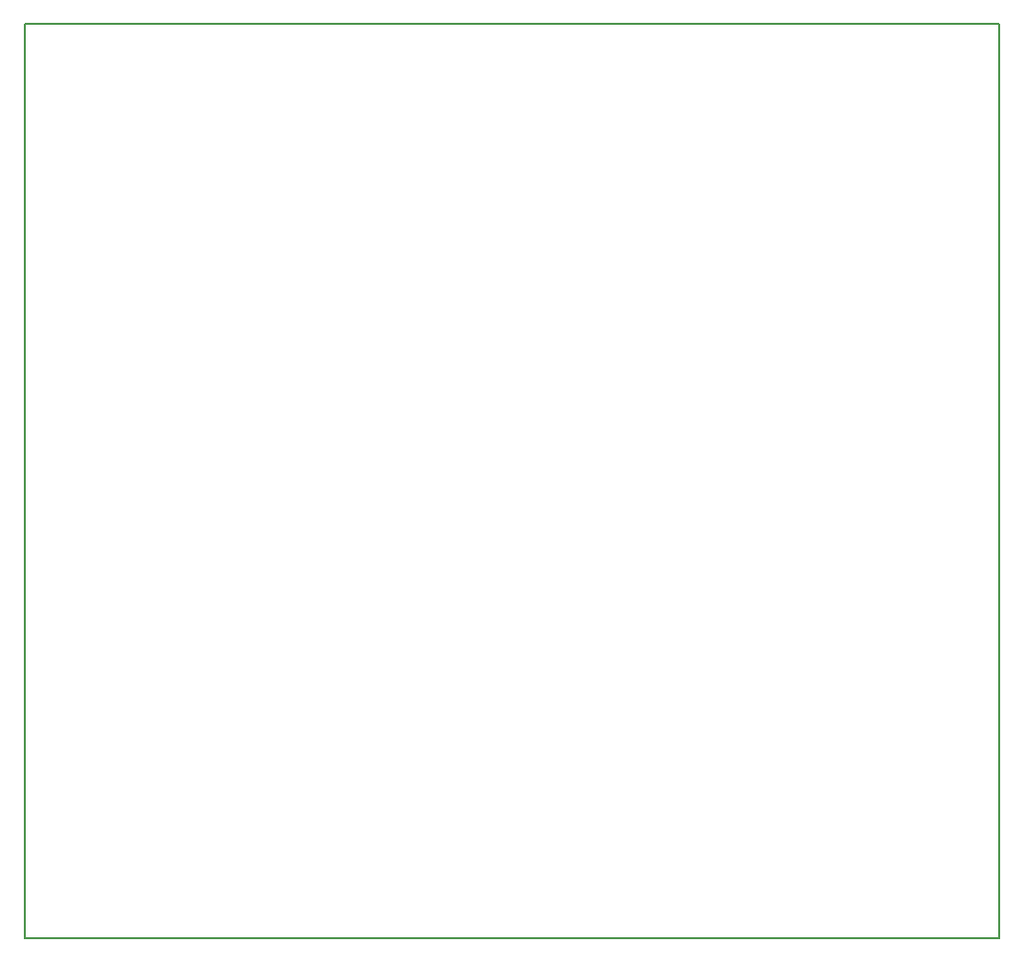
<source format=gbr>
G04 #@! TF.FileFunction,Profile,NP*
%FSLAX46Y46*%
G04 Gerber Fmt 4.6, Leading zero omitted, Abs format (unit mm)*
G04 Created by KiCad (PCBNEW 4.0.5) date 08/19/18 14:23:04*
%MOMM*%
%LPD*%
G01*
G04 APERTURE LIST*
%ADD10C,0.100000*%
%ADD11C,0.150000*%
G04 APERTURE END LIST*
D10*
D11*
X54000000Y-124000000D02*
X137000000Y-124000000D01*
X54000000Y-46000000D02*
X54000000Y-124000000D01*
X137000000Y-46000000D02*
X54000000Y-46000000D01*
X137000000Y-124000000D02*
X137000000Y-46000000D01*
M02*

</source>
